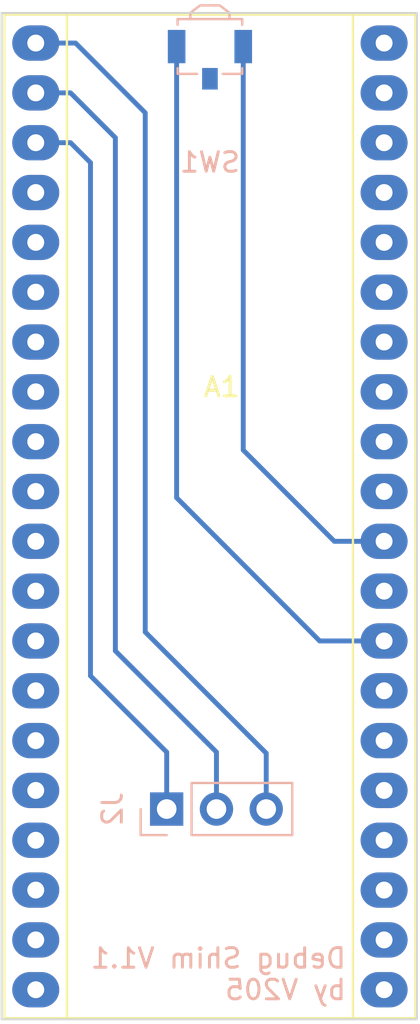
<source format=kicad_pcb>
(kicad_pcb (version 20240108) (generator "pcbnew") (generator_version "8.0")
  (layers (0 "F.Cu" signal) (31 "B.Cu" signal) (34 "B.Paste" user) (35 "F.Paste" user) (36 "B.SilkS" user "B.Silkscreen") (37 "F.SilkS" user "F.Silkscreen") (38 "B.Mask" user) (39 "F.Mask" user) (44 "Edge.Cuts" user))
  (net 0 "")
  (net 1 "Net-(A1-GP0)")
  (net 2 "Net-(A1-GP1)")
  (net 3 "GND")
  (net 28 "Net-(A1-GND-Pad28)")
  (net 30 "Net-(A1-RUN)")
  (footprint "PCM_SL_Development_Boards:raspberry_pi_pico_THT" (layer "F.Cu") (at 111.76 81.28)
    (property "Reference" "A1" (at 9.49 17.53 180) (layer "F.SilkS"))
    (property "Value" "Raspberry_Pi_Pico_THT")
    (fp_line (start -1.6 49.71) (end 19.379999 49.71) (stroke (width 0.12)) (layer "F.SilkS"))
    (fp_line (start -1.599999 -1.45) (end -1.6 49.71) (stroke (width 0.12)) (layer "F.SilkS"))
    (fp_line (start 1.59 -1.42) (end 1.59 49.68) (stroke (width 0.12)) (layer "F.SilkS"))
    (fp_line (start 5.393334 -1.45) (end -1.599999 -1.45) (stroke (width 0.12)) (layer "F.SilkS"))
    (fp_line (start 16.19 -1.42) (end 16.19 49.63) (stroke (width 0.12)) (layer "F.SilkS"))
    (fp_line (start 19.379999 49.71) (end 19.38 -1.45) (stroke (width 0.12)) (layer "F.SilkS"))
    (fp_line (start 19.38 -1.45) (end 5.393334 -1.45) (stroke (width 0.12)) (layer "F.SilkS"))
    (pad "1" thru_hole oval (at 0 0 270) (size 1.8 2.4) (drill 0.862) (layers "*.Cu" "*.Mask") (net 1 "Net-(A1-GP0)"))
    (pad "2" thru_hole oval (at 0 2.54 270) (size 1.8 2.4) (drill 0.862) (layers "*.Cu" "*.Mask") (net 2 "Net-(A1-GP1)"))
    (pad "3" thru_hole oval (at 0 5.08 270) (size 1.8 2.4) (drill 0.862) (layers "*.Cu" "*.Mask") (net 3 "GND"))
    (pad "4" thru_hole oval (at 0 7.62 270) (size 1.8 2.4) (drill 0.862) (layers "*.Cu" "*.Mask"))
    (pad "5" thru_hole oval (at 0 10.16 270) (size 1.8 2.4) (drill 0.862) (layers "*.Cu" "*.Mask"))
    (pad "6" thru_hole oval (at 0 12.7 270) (size 1.8 2.4) (drill 0.862) (layers "*.Cu" "*.Mask"))
    (pad "7" thru_hole oval (at 0 15.24 270) (size 1.8 2.4) (drill 0.862) (layers "*.Cu" "*.Mask"))
    (pad "8" thru_hole oval (at 0 17.78 270) (size 1.8 2.4) (drill 0.862) (layers "*.Cu" "*.Mask"))
    (pad "9" thru_hole oval (at 0 20.32 270) (size 1.8 2.4) (drill 0.862) (layers "*.Cu" "*.Mask"))
    (pad "10" thru_hole oval (at 0 22.86 270) (size 1.8 2.4) (drill 0.862) (layers "*.Cu" "*.Mask"))
    (pad "11" thru_hole oval (at 0 25.4 270) (size 1.8 2.4) (drill 0.862) (layers "*.Cu" "*.Mask"))
    (pad "12" thru_hole oval (at 0 27.94 270) (size 1.8 2.4) (drill 0.862) (layers "*.Cu" "*.Mask"))
    (pad "13" thru_hole oval (at 0 30.48 270) (size 1.8 2.4) (drill 0.862) (layers "*.Cu" "*.Mask"))
    (pad "14" thru_hole oval (at 0 33.02 270) (size 1.8 2.4) (drill 0.862) (layers "*.Cu" "*.Mask"))
    (pad "15" thru_hole oval (at 0 35.56 270) (size 1.8 2.4) (drill 0.862) (layers "*.Cu" "*.Mask"))
    (pad "16" thru_hole oval (at 0 38.1 270) (size 1.8 2.4) (drill 0.862) (layers "*.Cu" "*.Mask"))
    (pad "17" thru_hole oval (at 0 40.64 270) (size 1.8 2.4) (drill 0.862) (layers "*.Cu" "*.Mask"))
    (pad "18" thru_hole oval (at 0 43.18 270) (size 1.8 2.4) (drill 0.862) (layers "*.Cu" "*.Mask"))
    (pad "19" thru_hole oval (at 0 45.72 270) (size 1.8 2.4) (drill 0.862) (layers "*.Cu" "*.Mask"))
    (pad "20" thru_hole oval (at 0 48.26 270) (size 1.8 2.4) (drill 0.862) (layers "*.Cu" "*.Mask"))
    (pad "21" thru_hole oval (at 17.78 48.26 270) (size 1.8 2.4) (drill 0.862) (layers "*.Cu" "*.Mask"))
    (pad "22" thru_hole oval (at 17.78 45.72 270) (size 1.8 2.4) (drill 0.862) (layers "*.Cu" "*.Mask"))
    (pad "23" thru_hole oval (at 17.78 43.18 270) (size 1.8 2.4) (drill 0.862) (layers "*.Cu" "*.Mask"))
    (pad "24" thru_hole oval (at 17.78 40.64 270) (size 1.8 2.4) (drill 0.862) (layers "*.Cu" "*.Mask"))
    (pad "25" thru_hole oval (at 17.78 38.1 270) (size 1.8 2.4) (drill 0.862) (layers "*.Cu" "*.Mask"))
    (pad "26" thru_hole oval (at 17.78 35.56 270) (size 1.8 2.4) (drill 0.862) (layers "*.Cu" "*.Mask"))
    (pad "27" thru_hole oval (at 17.78 33.02 270) (size 1.8 2.4) (drill 0.862) (layers "*.Cu" "*.Mask"))
    (pad "28" thru_hole oval (at 17.78 30.48 270) (size 1.8 2.4) (drill 0.862) (layers "*.Cu" "*.Mask") (net 28 "Net-(A1-GND-Pad28)"))
    (pad "29" thru_hole oval (at 17.78 27.94 270) (size 1.8 2.4) (drill 0.862) (layers "*.Cu" "*.Mask"))
    (pad "30" thru_hole oval (at 17.78 25.4 270) (size 1.8 2.4) (drill 0.862) (layers "*.Cu" "*.Mask") (net 30 "Net-(A1-RUN)"))
    (pad "31" thru_hole oval (at 17.78 22.86 270) (size 1.8 2.4) (drill 0.862) (layers "*.Cu" "*.Mask"))
    (pad "32" thru_hole oval (at 17.78 20.32 270) (size 1.8 2.4) (drill 0.862) (layers "*.Cu" "*.Mask"))
    (pad "33" thru_hole oval (at 17.78 17.78 270) (size 1.8 2.4) (drill 0.862) (layers "*.Cu" "*.Mask"))
    (pad "34" thru_hole oval (at 17.78 15.24 270) (size 1.8 2.4) (drill 0.862) (layers "*.Cu" "*.Mask"))
    (pad "35" thru_hole oval (at 17.78 12.7 270) (size 1.8 2.4) (drill 0.862) (layers "*.Cu" "*.Mask"))
    (pad "36" thru_hole oval (at 17.78 10.16 270) (size 1.8 2.4) (drill 0.862) (layers "*.Cu" "*.Mask"))
    (pad "37" thru_hole oval (at 17.78 7.62 270) (size 1.8 2.4) (drill 0.862) (layers "*.Cu" "*.Mask"))
    (pad "38" thru_hole oval (at 17.78 5.08 270) (size 1.8 2.4) (drill 0.862) (layers "*.Cu" "*.Mask"))
    (pad "39" thru_hole oval (at 17.78 2.54 270) (size 1.8 2.4) (drill 0.862) (layers "*.Cu" "*.Mask"))
    (pad "40" thru_hole oval (at 17.78 0 270) (size 1.8 2.4) (drill 0.862) (layers "*.Cu" "*.Mask"))
  )
  (footprint "Button_Switch_SMD:SW_SPST_B3U-3100P" (layer "B.Cu") (at 120.65 82.28 180)
    (property "Reference" "SW1" (at 0 -5.08 0) (layer "B.SilkS") (effects (justify mirror)))
    (property "Value" "Push_Button")
    (fp_line (start 1.65 2.22) (end 1.65 1.93) (stroke (width 0.12)) (layer "B.SilkS"))
    (fp_line (start 1.65 -0.57) (end 1.65 -0.28) (stroke (width 0.12)) (layer "B.SilkS"))
    (fp_line (start 1.65 -0.57) (end 0.65 -0.57) (stroke (width 0.12)) (layer "B.SilkS"))
    (fp_line (start 1 2.54) (end 1 2.22) (stroke (width 0.12)) (layer "B.SilkS"))
    (fp_line (start 0.5 2.92) (end 1 2.54) (stroke (width 0.12)) (layer "B.SilkS"))
    (fp_line (start -0.5 2.92) (end 0.5 2.92) (stroke (width 0.12)) (layer "B.SilkS"))
    (fp_line (start -0.5 2.92) (end -1 2.54) (stroke (width 0.12)) (layer "B.SilkS"))
    (fp_line (start -1 2.54) (end -1 2.22) (stroke (width 0.12)) (layer "B.SilkS"))
    (fp_line (start -1.65 2.22) (end 1.65 2.22) (stroke (width 0.12)) (layer "B.SilkS"))
    (fp_line (start -1.65 1.93) (end -1.65 2.22) (stroke (width 0.12)) (layer "B.SilkS"))
    (fp_line (start -1.65 -0.28) (end -1.65 -0.57) (stroke (width 0.12)) (layer "B.SilkS"))
    (fp_line (start -1.65 -0.57) (end -0.65 -0.57) (stroke (width 0.12)) (layer "B.SilkS"))
    (pad "1" smd rect (at -1.7 0.82 180) (size 0.9 1.7) (layers "B.Cu" "B.Paste" "B.Mask") (net 30 "Net-(A1-RUN)"))
    (pad "2" smd rect (at 1.7 0.82 180) (size 0.9 1.7) (layers "B.Cu" "B.Paste" "B.Mask") (net 28 "Net-(A1-GND-Pad28)"))
    (pad "3" smd rect (at 0 -0.82 180) (size 0.8 1.1) (layers "B.Cu" "B.Paste" "B.Mask"))
  )
  (footprint "Connector_PinSocket_2.54mm:PinSocket_1x03_P2.54mm_Vertical" (layer "B.Cu") (at 118.443146 120.329108 -90)
    (property "Reference" "J2" (at 0 2.77 90) (layer "B.SilkS") (effects (justify mirror)))
    (property "Value" "PINHD_1x3_Female")
    (fp_line (start 0 1.33) (end 1.33 1.33) (stroke (width 0.12)) (layer "B.SilkS"))
    (fp_line (start 1.33 1.33) (end 1.33 0) (stroke (width 0.12)) (layer "B.SilkS"))
    (fp_line (start -1.33 -1.27) (end 1.33 -1.27) (stroke (width 0.12)) (layer "B.SilkS"))
    (fp_line (start -1.33 -1.27) (end -1.33 -6.41) (stroke (width 0.12)) (layer "B.SilkS"))
    (fp_line (start 1.33 -1.27) (end 1.33 -6.41) (stroke (width 0.12)) (layer "B.SilkS"))
    (fp_line (start -1.33 -6.41) (end 1.33 -6.41) (stroke (width 0.12)) (layer "B.SilkS"))
    (pad "1" thru_hole rect (at 0 0 270) (size 1.7 1.7) (drill 1) (layers "*.Cu" "*.Mask") (net 3 "GND"))
    (pad "2" thru_hole oval (at 0 -2.54 270) (size 1.7 1.7) (drill 1) (layers "*.Cu" "*.Mask") (net 2 "Net-(A1-GP1)"))
    (pad "3" thru_hole oval (at 0 -5.08 270) (size 1.7 1.7) (drill 1) (layers "*.Cu" "*.Mask") (net 1 "Net-(A1-GP0)"))
  )
  (gr_rect (start 110.018969 79.748257) (end 131.211302 131.048242) (stroke (width 0.1)) (fill none) (layer "Edge.Cuts"))
  (gr_text "Debug Shim V1.1\nby V205" (at 127.67815 130.132808 0) (layer "B.SilkS") (effects (font (size 1 1)) (justify left bottom mirror)))
  (segment (start 117.348 84.836) (end 117.348 111.305981) (width 0.25) (layer "B.Cu") (net 1))
  (segment (start 113.792 81.28) (end 117.348 84.836) (width 0.25) (layer "B.Cu") (net 1))
  (segment (start 111.76 81.28) (end 113.792 81.28) (width 0.25) (layer "B.Cu") (net 1))
  (segment (start 117.348 111.305981) (end 123.523146 117.481127) (width 0.25) (layer "B.Cu") (net 1))
  (segment (start 123.523146 117.481127) (end 123.523146 120.329108) (width 0.25) (layer "B.Cu") (net 1))
  (segment (start 120.983146 120.329108) (end 120.983146 117.427146) (width 0.25) (layer "B.Cu") (net 2))
  (segment (start 115.824 86.106) (end 113.538 83.82) (width 0.25) (layer "B.Cu") (net 2))
  (segment (start 120.983146 117.427146) (end 115.824 112.268) (width 0.25) (layer "B.Cu") (net 2))
  (segment (start 113.538 83.82) (end 111.76 83.82) (width 0.25) (layer "B.Cu") (net 2))
  (segment (start 115.824 112.268) (end 115.824 86.106) (width 0.25) (layer "B.Cu") (net 2))
  (segment (start 113.538 86.36) (end 114.554 87.376) (width 0.25) (layer "B.Cu") (net 3))
  (segment (start 111.76 86.36) (end 113.538 86.36) (width 0.25) (layer "B.Cu") (net 3))
  (segment (start 114.554 87.376) (end 114.554 113.538) (width 0.25) (layer "B.Cu") (net 3))
  (segment (start 114.554 113.538) (end 118.443146 117.427146) (width 0.25) (layer "B.Cu") (net 3))
  (segment (start 118.443146 117.427146) (end 118.443146 120.329108) (width 0.25) (layer "B.Cu") (net 3))
  (segment (start 118.95 104.456728) (end 126.253272 111.76) (width 0.25) (layer "B.Cu") (net 28))
  (segment (start 126.253272 111.76) (end 129.54 111.76) (width 0.25) (layer "B.Cu") (net 28))
  (segment (start 118.95 81.46) (end 118.95 104.456728) (width 0.25) (layer "B.Cu") (net 28))
  (segment (start 127 106.68) (end 129.54 106.68) (width 0.25) (layer "B.Cu") (net 30))
  (segment (start 122.35 81.46) (end 122.35 102.03) (width 0.25) (layer "B.Cu") (net 30))
  (segment (start 122.35 102.03) (end 127 106.68) (width 0.25) (layer "B.Cu") (net 30))
)
</source>
